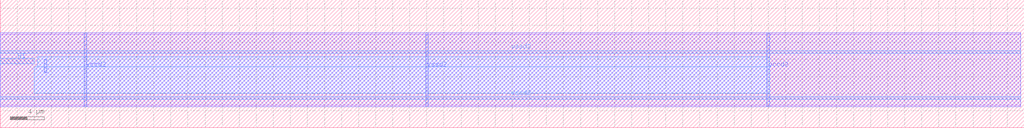
<source format=lef>
VERSION 5.7 ;
  NOWIREEXTENSIONATPIN ON ;
  DIVIDERCHAR "/" ;
  BUSBITCHARS "[]" ;
MACRO mprj2_logic_high
  CLASS BLOCK ;
  FOREIGN mprj2_logic_high ;
  ORIGIN 0.000 0.000 ;
  SIZE 120.000 BY 15.000 ;
  PIN HI
    DIRECTION OUTPUT TRISTATE ;
    USE SIGNAL ;
    PORT
      LAYER met3 ;
        RECT 0.000 7.520 4.000 8.120 ;
    END
  END HI
  PIN vccd2
    DIRECTION INOUT ;
    USE POWER ;
    PORT
      LAYER met2 ;
        RECT 89.850 2.480 90.150 11.120 ;
    END
  END vccd2
  PIN vccd2
    DIRECTION INOUT ;
    USE POWER ;
    PORT
      LAYER met2 ;
        RECT 9.850 2.480 10.150 11.120 ;
    END
  END vccd2
  PIN vccd2
    DIRECTION INOUT ;
    USE POWER ;
    PORT
      LAYER met3 ;
        RECT 0.000 3.330 119.600 3.630 ;
    END
  END vccd2
  PIN vssd2
    DIRECTION INOUT ;
    USE GROUND ;
    PORT
      LAYER met2 ;
        RECT 49.850 2.480 50.150 11.120 ;
    END
  END vssd2
  PIN vssd2
    DIRECTION INOUT ;
    USE GROUND ;
    PORT
      LAYER met3 ;
        RECT 0.000 8.730 119.600 9.030 ;
    END
  END vssd2
  OBS
      LAYER li1 ;
        RECT 0.000 2.635 119.600 10.965 ;
      LAYER met1 ;
        RECT 0.000 2.480 119.600 11.120 ;
      LAYER met2 ;
        RECT 5.150 6.470 5.430 8.005 ;
      LAYER met3 ;
        RECT 4.400 7.120 90.165 8.330 ;
        RECT 4.000 4.030 90.165 7.120 ;
  END
END mprj2_logic_high
END LIBRARY


</source>
